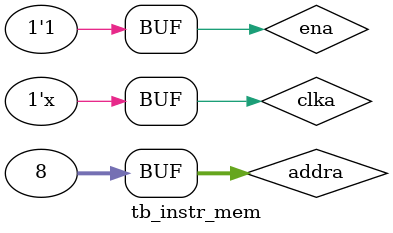
<source format=v>
`timescale 1ns / 1ps


module tb_instr_mem;

	// Inputs
	reg clka;
	reg ena;
	reg [31:0] addra;

	// Outputs
	wire [31:0] douta;

	// Instantiate the Unit Under Test (UUT)
	InstrMem uut (
		.clka(clka), 
		.ena(ena), 
		.addra(addra), 
		.douta(douta)
	);
	always #2 clka = ~clka;
	initial begin
		// Initialize Inputs
		clka <= 0;
		ena <= 1'b0;
		addra <= 0;

		// Wait 100 ns for global reset to finish
		#100;
		
		
        ena <= 1'b1;
		addra <= 32'b0;
		#4 addra<=32'b0100;
		#4 addra<=32'b1000;
		// Add stimulus here

	end
      
endmodule


</source>
